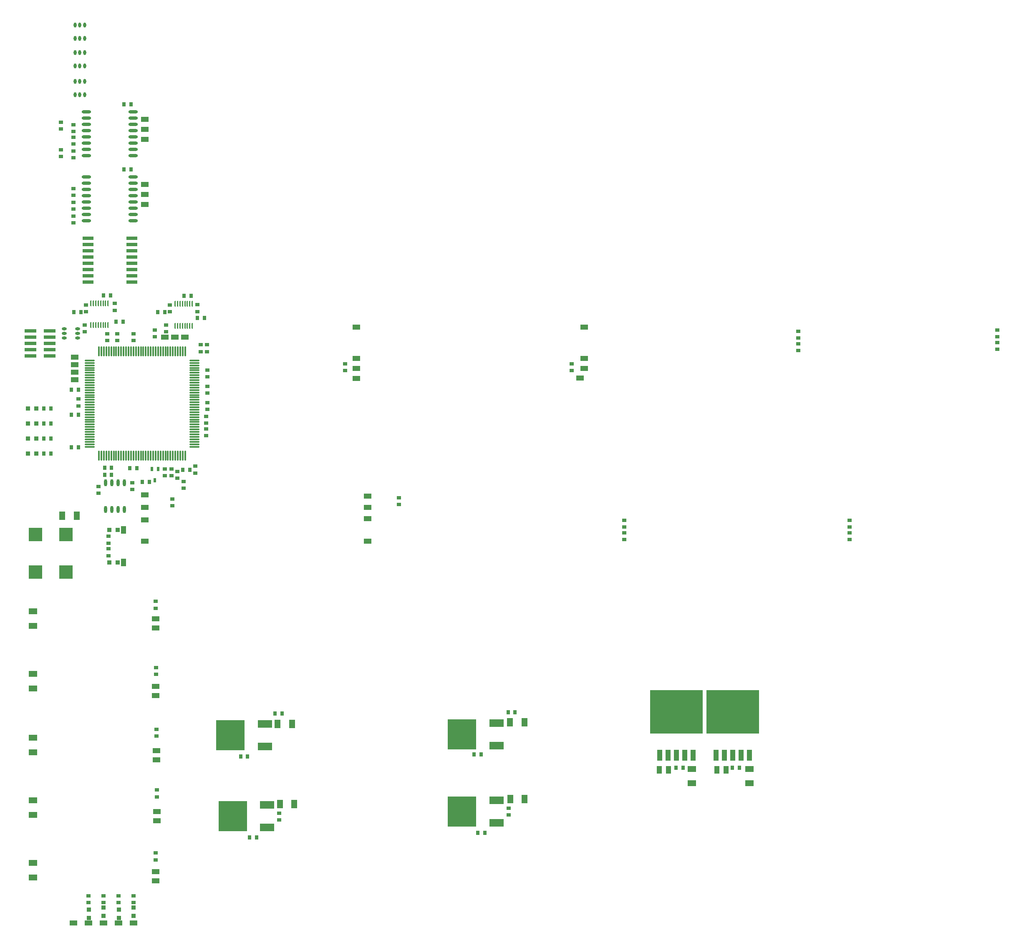
<source format=gtp>
G04*
G04 #@! TF.GenerationSoftware,Altium Limited,Altium Designer,20.0.14 (345)*
G04*
G04 Layer_Color=8421504*
%FSLAX25Y25*%
%MOIN*%
G70*
G01*
G75*
%ADD19R,0.03543X0.03150*%
%ADD20R,0.03150X0.03543*%
%ADD21R,0.09000X0.03000*%
%ADD22R,0.05906X0.04331*%
%ADD23R,0.06299X0.03937*%
%ADD24R,0.04200X0.09000*%
%ADD25R,0.42000X0.35000*%
%ADD26R,0.07087X0.05118*%
%ADD27R,0.04331X0.05906*%
%ADD28R,0.05118X0.07087*%
%ADD29R,0.11811X0.06299*%
%ADD30R,0.22835X0.24410*%
%ADD31R,0.03740X0.03740*%
%ADD32R,0.01968X0.03543*%
%ADD33R,0.03740X0.03740*%
%ADD34O,0.02362X0.05709*%
%ADD35O,0.08268X0.01181*%
%ADD36O,0.01181X0.08268*%
%ADD37O,0.03937X0.02362*%
%ADD38O,0.07480X0.02362*%
%ADD39O,0.02362X0.03937*%
%ADD40R,0.10630X0.10630*%
G04:AMPARAMS|DCode=41|XSize=29.92mil|YSize=94.49mil|CornerRadius=7.48mil|HoleSize=0mil|Usage=FLASHONLY|Rotation=270.000|XOffset=0mil|YOffset=0mil|HoleType=Round|Shape=RoundedRectangle|*
%AMROUNDEDRECTD41*
21,1,0.02992,0.07953,0,0,270.0*
21,1,0.01496,0.09449,0,0,270.0*
1,1,0.01496,-0.03976,-0.00748*
1,1,0.01496,-0.03976,0.00748*
1,1,0.01496,0.03976,0.00748*
1,1,0.01496,0.03976,-0.00748*
%
%ADD41ROUNDEDRECTD41*%
%ADD42O,0.01000X0.05315*%
%ADD43R,0.03937X0.06299*%
D19*
X770291Y464044D02*
D03*
Y469556D02*
D03*
X652291Y307556D02*
D03*
Y302044D02*
D03*
X611291Y463044D02*
D03*
Y468556D02*
D03*
X472291Y307556D02*
D03*
Y302044D02*
D03*
X22291Y608044D02*
D03*
Y613556D02*
D03*
X36291Y414312D02*
D03*
Y408800D02*
D03*
X139291Y432044D02*
D03*
Y437556D02*
D03*
X120291Y348556D02*
D03*
Y343044D02*
D03*
X138291Y395044D02*
D03*
Y400556D02*
D03*
X32291Y566044D02*
D03*
Y571556D02*
D03*
Y618044D02*
D03*
Y623556D02*
D03*
Y582556D02*
D03*
Y577044D02*
D03*
Y633556D02*
D03*
Y628044D02*
D03*
X22291Y635556D02*
D03*
Y630044D02*
D03*
X109291Y489556D02*
D03*
Y484044D02*
D03*
X41291Y468044D02*
D03*
Y473556D02*
D03*
X106291Y468044D02*
D03*
Y473556D02*
D03*
X42291Y489556D02*
D03*
Y484044D02*
D03*
X652291Y312044D02*
D03*
Y317556D02*
D03*
X472291Y312044D02*
D03*
Y317556D02*
D03*
X611291Y458556D02*
D03*
Y453044D02*
D03*
X770291Y459556D02*
D03*
Y454044D02*
D03*
X52291Y339044D02*
D03*
Y344556D02*
D03*
X129426Y355254D02*
D03*
Y360766D02*
D03*
X134000Y457756D02*
D03*
Y452244D02*
D03*
X139291Y419044D02*
D03*
Y424556D02*
D03*
Y411556D02*
D03*
Y406044D02*
D03*
X138291Y390556D02*
D03*
Y385044D02*
D03*
X97291Y469556D02*
D03*
Y464044D02*
D03*
X139000Y457756D02*
D03*
Y452244D02*
D03*
X67291Y466556D02*
D03*
Y461044D02*
D03*
X115291Y351044D02*
D03*
Y356556D02*
D03*
X110375Y358556D02*
D03*
Y353044D02*
D03*
X105291Y353044D02*
D03*
Y358556D02*
D03*
X32291Y612556D02*
D03*
Y607044D02*
D03*
X80291Y466556D02*
D03*
Y461044D02*
D03*
X59291Y466556D02*
D03*
Y461044D02*
D03*
X32291Y560556D02*
D03*
Y555044D02*
D03*
X65291Y485288D02*
D03*
Y490800D02*
D03*
X131291Y484288D02*
D03*
Y489800D02*
D03*
X292291Y335556D02*
D03*
Y330044D02*
D03*
X379741Y82044D02*
D03*
Y87556D02*
D03*
X80291Y12044D02*
D03*
Y17556D02*
D03*
X68291Y12044D02*
D03*
Y17556D02*
D03*
X56291Y12044D02*
D03*
Y17556D02*
D03*
X44291Y12044D02*
D03*
Y17556D02*
D03*
X98809Y96465D02*
D03*
Y101977D02*
D03*
X98584Y145075D02*
D03*
Y150587D02*
D03*
X98059Y194446D02*
D03*
Y199958D02*
D03*
X98000Y46244D02*
D03*
Y51756D02*
D03*
Y252756D02*
D03*
Y247244D02*
D03*
X111291Y334556D02*
D03*
Y329044D02*
D03*
X79291Y342044D02*
D03*
Y347556D02*
D03*
X60291Y289288D02*
D03*
Y294800D02*
D03*
Y304800D02*
D03*
Y299288D02*
D03*
X249291Y442556D02*
D03*
Y437044D02*
D03*
X430291Y442556D02*
D03*
Y437044D02*
D03*
X196344Y83533D02*
D03*
Y78021D02*
D03*
D20*
X92756Y348000D02*
D03*
X87244D02*
D03*
X38047Y483800D02*
D03*
X32535D02*
D03*
X105047D02*
D03*
X99535D02*
D03*
X61756Y497000D02*
D03*
X56244D02*
D03*
X126047Y496800D02*
D03*
X120535D02*
D03*
X57045Y359472D02*
D03*
X62556D02*
D03*
X77323Y359139D02*
D03*
X82835D02*
D03*
X125047Y357800D02*
D03*
X119535D02*
D03*
X30535Y421800D02*
D03*
X36047D02*
D03*
X78047Y597800D02*
D03*
X72535D02*
D03*
X30535Y401800D02*
D03*
X36047D02*
D03*
X30535Y375800D02*
D03*
X36047D02*
D03*
X78047Y649800D02*
D03*
X72535D02*
D03*
X136756Y479000D02*
D03*
X131244D02*
D03*
X71756Y476000D02*
D03*
X66244D02*
D03*
X558535Y119800D02*
D03*
X564047D02*
D03*
X379488Y164000D02*
D03*
X385000D02*
D03*
X193244Y163000D02*
D03*
X198756D02*
D03*
X57045Y353800D02*
D03*
X62556D02*
D03*
X14047Y406800D02*
D03*
X8535D02*
D03*
X14047Y394800D02*
D03*
X8535D02*
D03*
X14047Y382800D02*
D03*
X8535D02*
D03*
X14047Y370800D02*
D03*
X8535D02*
D03*
X165779Y128800D02*
D03*
X171291D02*
D03*
X513535Y119800D02*
D03*
X519047D02*
D03*
X172901Y64021D02*
D03*
X178413D02*
D03*
X355229Y67800D02*
D03*
X360741D02*
D03*
X352259Y130373D02*
D03*
X357771D02*
D03*
D21*
X79000Y527729D02*
D03*
Y522729D02*
D03*
Y517729D02*
D03*
Y532729D02*
D03*
Y537729D02*
D03*
Y542729D02*
D03*
Y507729D02*
D03*
Y512729D02*
D03*
X44000Y542729D02*
D03*
Y507729D02*
D03*
Y512729D02*
D03*
Y517729D02*
D03*
Y522729D02*
D03*
Y537729D02*
D03*
Y532729D02*
D03*
Y527729D02*
D03*
D22*
X98000Y29300D02*
D03*
Y36700D02*
D03*
X98584Y126131D02*
D03*
Y133531D02*
D03*
X97927Y177433D02*
D03*
Y184833D02*
D03*
X98000Y238700D02*
D03*
Y231300D02*
D03*
X98809Y84921D02*
D03*
Y77521D02*
D03*
D23*
X440291Y471800D02*
D03*
Y438800D02*
D03*
X437000Y431000D02*
D03*
X258291Y471800D02*
D03*
Y438800D02*
D03*
Y430800D02*
D03*
X267291Y336800D02*
D03*
Y327800D02*
D03*
Y300800D02*
D03*
Y318800D02*
D03*
X44291Y-4200D02*
D03*
X32291D02*
D03*
X89291Y337800D02*
D03*
Y327800D02*
D03*
Y317800D02*
D03*
Y300800D02*
D03*
X105291Y463800D02*
D03*
X113291D02*
D03*
X121291D02*
D03*
X33291Y429800D02*
D03*
Y447800D02*
D03*
Y435800D02*
D03*
Y441800D02*
D03*
X89291Y569800D02*
D03*
Y577800D02*
D03*
Y585800D02*
D03*
Y621800D02*
D03*
Y629800D02*
D03*
Y637800D02*
D03*
X258291Y446800D02*
D03*
X440291D02*
D03*
X56291Y-4200D02*
D03*
X80291D02*
D03*
X68291D02*
D03*
D24*
X558828Y129902D02*
D03*
X565528D02*
D03*
X572228D02*
D03*
X552128D02*
D03*
X545428D02*
D03*
X513828D02*
D03*
X520528D02*
D03*
X527228D02*
D03*
X507128D02*
D03*
X500428D02*
D03*
D25*
X558828Y164402D02*
D03*
X513828D02*
D03*
D26*
X572291Y107383D02*
D03*
Y118800D02*
D03*
X526291Y107383D02*
D03*
Y118800D02*
D03*
X0Y194709D02*
D03*
Y183291D02*
D03*
Y244709D02*
D03*
Y233291D02*
D03*
Y143709D02*
D03*
Y132291D02*
D03*
Y82291D02*
D03*
Y93709D02*
D03*
X-0Y43709D02*
D03*
Y32291D02*
D03*
D27*
X546258Y118221D02*
D03*
X553658D02*
D03*
X507528D02*
D03*
X500128D02*
D03*
D28*
X380932Y156129D02*
D03*
X392349D02*
D03*
X392449Y94800D02*
D03*
X381032D02*
D03*
X208549Y90777D02*
D03*
X197132D02*
D03*
X195323Y154800D02*
D03*
X206741D02*
D03*
X23291Y321000D02*
D03*
X34709D02*
D03*
D29*
X370032Y75804D02*
D03*
Y93796D02*
D03*
X186840Y72025D02*
D03*
Y90017D02*
D03*
X185032Y136808D02*
D03*
Y154800D02*
D03*
X370032Y155600D02*
D03*
Y137608D02*
D03*
D30*
X342552Y84800D02*
D03*
X159360Y81021D02*
D03*
X157552Y145804D02*
D03*
X342552Y146604D02*
D03*
D31*
X80291Y8146D02*
D03*
Y1453D02*
D03*
X68417Y6510D02*
D03*
Y-183D02*
D03*
X56291Y8146D02*
D03*
Y1453D02*
D03*
X44418Y6630D02*
D03*
Y-62D02*
D03*
D32*
X99839Y358301D02*
D03*
X94721D02*
D03*
X97280Y349443D02*
D03*
D33*
X67638Y283800D02*
D03*
X60945D02*
D03*
Y309800D02*
D03*
X67638D02*
D03*
X-4055Y406800D02*
D03*
X2638D02*
D03*
X-4055Y394800D02*
D03*
X2638D02*
D03*
Y382800D02*
D03*
X-4055D02*
D03*
X2638Y370800D02*
D03*
X-4055D02*
D03*
D34*
X72791Y347528D02*
D03*
X67791D02*
D03*
X62791D02*
D03*
X57791D02*
D03*
X72791Y326072D02*
D03*
X67791D02*
D03*
X62791D02*
D03*
X57791D02*
D03*
D35*
X45268Y376280D02*
D03*
Y378249D02*
D03*
Y380217D02*
D03*
Y382186D02*
D03*
Y384154D02*
D03*
Y386123D02*
D03*
Y388091D02*
D03*
Y390060D02*
D03*
Y392028D02*
D03*
Y393997D02*
D03*
Y395965D02*
D03*
Y397934D02*
D03*
Y399902D02*
D03*
Y401871D02*
D03*
Y403839D02*
D03*
Y405808D02*
D03*
Y407776D02*
D03*
Y409745D02*
D03*
Y411713D02*
D03*
Y413682D02*
D03*
Y415650D02*
D03*
Y417619D02*
D03*
Y419587D02*
D03*
Y421556D02*
D03*
Y423524D02*
D03*
Y425493D02*
D03*
Y427461D02*
D03*
Y429430D02*
D03*
Y431398D02*
D03*
Y433367D02*
D03*
Y435335D02*
D03*
Y437304D02*
D03*
Y439272D02*
D03*
Y441241D02*
D03*
Y443210D02*
D03*
Y445178D02*
D03*
X128732D02*
D03*
Y443210D02*
D03*
Y441241D02*
D03*
Y439272D02*
D03*
Y437304D02*
D03*
Y435335D02*
D03*
Y433367D02*
D03*
Y431398D02*
D03*
Y429430D02*
D03*
Y427461D02*
D03*
Y425493D02*
D03*
Y423524D02*
D03*
Y421556D02*
D03*
Y419587D02*
D03*
Y417619D02*
D03*
Y415650D02*
D03*
Y413682D02*
D03*
Y411713D02*
D03*
Y409745D02*
D03*
Y407776D02*
D03*
Y405808D02*
D03*
Y403839D02*
D03*
Y401871D02*
D03*
Y399902D02*
D03*
Y397934D02*
D03*
Y395965D02*
D03*
Y393997D02*
D03*
Y392028D02*
D03*
Y390060D02*
D03*
Y388091D02*
D03*
Y386123D02*
D03*
Y384154D02*
D03*
Y382186D02*
D03*
Y380217D02*
D03*
Y378249D02*
D03*
Y376280D02*
D03*
D36*
X52551Y452461D02*
D03*
X54520D02*
D03*
X56488D02*
D03*
X58457D02*
D03*
X60425D02*
D03*
X62394D02*
D03*
X64362D02*
D03*
X66331D02*
D03*
X68299D02*
D03*
X70268D02*
D03*
X72236D02*
D03*
X74205D02*
D03*
X76173D02*
D03*
X78142D02*
D03*
X80110D02*
D03*
X82079D02*
D03*
X84047D02*
D03*
X86016D02*
D03*
X87984D02*
D03*
X89953D02*
D03*
X91921D02*
D03*
X93890D02*
D03*
X95858D02*
D03*
X97827D02*
D03*
X99795D02*
D03*
X101764D02*
D03*
X103732D02*
D03*
X105701D02*
D03*
X107669D02*
D03*
X109638D02*
D03*
X111606D02*
D03*
X113575D02*
D03*
X115543D02*
D03*
X117512D02*
D03*
X119480D02*
D03*
X121449D02*
D03*
Y368997D02*
D03*
X119480D02*
D03*
X117512D02*
D03*
X115543D02*
D03*
X113575D02*
D03*
X111606D02*
D03*
X109638D02*
D03*
X107669D02*
D03*
X105701D02*
D03*
X103732D02*
D03*
X101764D02*
D03*
X99795D02*
D03*
X97827D02*
D03*
X95858D02*
D03*
X93890D02*
D03*
X91921D02*
D03*
X89953D02*
D03*
X87984D02*
D03*
X86016D02*
D03*
X84047D02*
D03*
X82079D02*
D03*
X80110D02*
D03*
X78142D02*
D03*
X76173D02*
D03*
X74205D02*
D03*
X72236D02*
D03*
X70268D02*
D03*
X68299D02*
D03*
X66331D02*
D03*
X64362D02*
D03*
X62394D02*
D03*
X60425D02*
D03*
X58457D02*
D03*
X56488D02*
D03*
X54520D02*
D03*
X52551D02*
D03*
D37*
X35606Y463060D02*
D03*
Y466800D02*
D03*
Y470540D02*
D03*
X24976Y463060D02*
D03*
Y466800D02*
D03*
Y470540D02*
D03*
D38*
X79760Y556729D02*
D03*
Y561729D02*
D03*
Y566729D02*
D03*
Y571729D02*
D03*
Y576729D02*
D03*
Y581729D02*
D03*
Y586729D02*
D03*
Y591729D02*
D03*
X42358Y556729D02*
D03*
Y561729D02*
D03*
Y566729D02*
D03*
Y571729D02*
D03*
Y576729D02*
D03*
Y581729D02*
D03*
Y586729D02*
D03*
Y591729D02*
D03*
X79760Y608729D02*
D03*
Y613729D02*
D03*
Y618729D02*
D03*
Y623729D02*
D03*
Y628729D02*
D03*
Y633729D02*
D03*
Y638729D02*
D03*
Y643729D02*
D03*
X42358Y608729D02*
D03*
Y613729D02*
D03*
Y618729D02*
D03*
Y623729D02*
D03*
Y628729D02*
D03*
Y633729D02*
D03*
Y638729D02*
D03*
Y643729D02*
D03*
D39*
X41032Y668115D02*
D03*
X37291D02*
D03*
X33551D02*
D03*
X41032Y657485D02*
D03*
X37291D02*
D03*
X33551D02*
D03*
X41032Y691115D02*
D03*
X37291D02*
D03*
X33551D02*
D03*
X41032Y680485D02*
D03*
X37291D02*
D03*
X33551D02*
D03*
X41032Y713115D02*
D03*
X37291D02*
D03*
X33551D02*
D03*
X41032Y702485D02*
D03*
X37291D02*
D03*
X33551D02*
D03*
D40*
X26244Y306000D02*
D03*
X1756D02*
D03*
X26244Y276000D02*
D03*
X1756D02*
D03*
D41*
X13124Y448800D02*
D03*
Y453800D02*
D03*
Y458800D02*
D03*
Y463800D02*
D03*
Y468800D02*
D03*
X-2231Y448800D02*
D03*
Y453800D02*
D03*
Y458800D02*
D03*
Y463800D02*
D03*
Y468800D02*
D03*
D42*
X113480Y472800D02*
D03*
X115449D02*
D03*
X117417D02*
D03*
X119386D02*
D03*
X121354D02*
D03*
X123323D02*
D03*
X125291D02*
D03*
X127260D02*
D03*
X113480Y490320D02*
D03*
X115449D02*
D03*
X117417D02*
D03*
X119386D02*
D03*
X121354D02*
D03*
X123323D02*
D03*
X125291D02*
D03*
X127260D02*
D03*
X46182Y473341D02*
D03*
X48150D02*
D03*
X50119D02*
D03*
X52087D02*
D03*
X54056D02*
D03*
X56024D02*
D03*
X57993D02*
D03*
X59961D02*
D03*
X46182Y490861D02*
D03*
X48150D02*
D03*
X50119D02*
D03*
X52087D02*
D03*
X54056D02*
D03*
X56024D02*
D03*
X57993D02*
D03*
X59961D02*
D03*
D43*
X72291Y309800D02*
D03*
Y283800D02*
D03*
M02*

</source>
